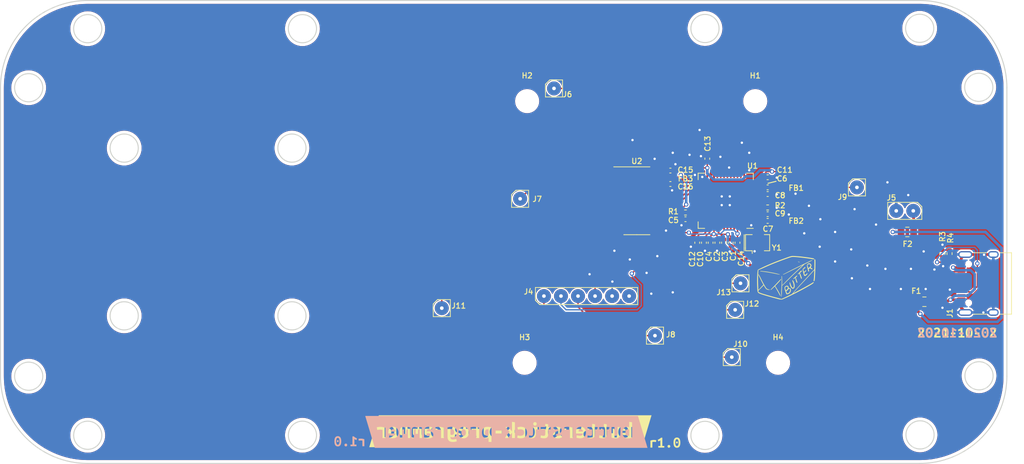
<source format=kicad_pcb>
(kicad_pcb (version 20210925) (generator pcbnew)
  (title_block (title "programming jig") (date "2021-10-04") (rev "r1.0") (company "GsD - @gregdavill") (comment 1 "base PCB"))
  (layers (0 "F.Cu" signal) (31 "B.Cu" signal) (34 "B.Paste" user) (35 "F.Paste" user) (36 "B.SilkS" user "B.Silkscreen") (37 "F.SilkS" user "F.Silkscreen") (38 "B.Mask" user) (39 "F.Mask" user) (44 "Edge.Cuts" user))
  (net 0 "")
  (net 1 "GND")
  (net 2 "Net-(J5-Pad1)")
  (net 3 "+3.3VA")
  (net 4 "Net-(C5-Pad1)")
  (net 5 "Net-(C16-Pad1)")
  (net 7 "Net-(C6-Pad1)")
  (net 8 "Net-(C7-Pad1)")
  (net 9 "/VCORE")
  (net 10 "/VCCA")
  (net 11 "Net-(U1-Pad25)")
  (net 12 "+5V")
  (net 13 "/JTAG_TMS")
  (net 14 "/JTAG_TCK")
  (net 15 "/JTAG_TDO")
  (net 16 "/JTAG_TDI")
  (net 17 "Net-(U1-Pad26)")
  (net 19 "Net-(U2-Pad1)")
  (net 20 "Net-(R2-Pad2)")
  (net 21 "Net-(U1-Pad1)")
  (net 22 "Net-(U1-Pad2)")
  (net 23 "/USB_D-")
  (net 24 "/USB_D+")
  (net 29 "Net-(U1-Pad27)")
  (net 30 "Net-(U1-Pad28)")
  (net 31 "Net-(U2-Pad2)")
  (net 32 "Net-(U2-Pad3)")
  (net 41 "Net-(U2-Pad4)")
  (net 42 "Net-(U2-Pad6)")
  (net 43 "Net-(U2-Pad7)")
  (net 44 "Net-(U2-Pad8)")
  (net 45 "Net-(U2-Pad5)")
  (net 46 "Net-(F1-Pad2)")
  (net 47 "Net-(J1-PadB5)")
  (net 49 "Net-(J1-PadA5)")
  (footprint "Resistor_SMD:R_0402_1005Metric" (layer "F.Cu") (at 155.75 99.6 180)
    (fp_text reference "R2")
    (fp_text value "12K")
  )
  (footprint "programming-jig:0906-4-15-20-75-14-11-0" (layer "F.Cu") (at 123.90368 81.85368)
    (fp_text reference "J6")
    (fp_text value "Conn_01x01_Male")
  )
  (footprint "kibuzzard-615A7324" (layer "F.Cu") (at 117.40368 132.95)
    (fp_text reference "kibuzzard-615A7324" hide)
    (fp_text value "G***" hide)
  )
  (footprint "programming-jig:0906-4-15-20-75-14-11-0" (layer "F.Cu") (at 138.95368 118.70368)
    (fp_text reference "J8")
    (fp_text value "Conn_01x01_Male")
  )
  (footprint "Resistor_SMD:R_0402_1005Metric" (layer "F.Cu") (at 181.785 106.475 90)
    (fp_text reference "R3")
    (fp_text value "5K1")
  )
  (footprint "programming-jig:0906-4-15-20-75-14-11-0" (layer "F.Cu") (at 151.7 110.9)
    (fp_text reference "J13")
    (fp_text value "Conn_01x01_Male")
  )
  (footprint "Capacitor_SMD:C_0402_1005Metric" (layer "F.Cu") (at 150.25 104.85 -90)
    (fp_text reference "C1")
    (fp_text value "4.7uF")
  )
  (footprint "Package_SO:SOIC-16_3.9x9.9mm_P1.27mm" (layer "F.Cu") (at 136.25 98.6)
    (fp_text reference "U2")
    (fp_text value "MCP3008")
  )
  (footprint "Inductor_SMD:L_0402_1005Metric" (layer "F.Cu") (at 157.735 96.6)
    (fp_text reference "FB1")
    (fp_text value "Ferrite_Bead_Small")
  )
  (footprint "programming-jig:0906-4-15-20-75-14-11-0" (layer "F.Cu") (at 150.90368 114.85368)
    (fp_text reference "J12")
    (fp_text value "Conn_01x01_Male")
  )
  (footprint "Fuse:Fuse_0805_2012Metric" (layer "F.Cu") (at 176.56618 103.25)
    (fp_text reference "F2")
    (fp_text value "Polyfuse_Small")
  )
  (footprint "Capacitor_SMD:C_0402_1005Metric" (layer "F.Cu") (at 155.75 101.6)
    (fp_text reference "C7")
    (fp_text value "4.7uF")
  )
  (footprint "Capacitor_SMD:C_0402_1005Metric" (layer "F.Cu") (at 146.25 104.85 -90)
    (fp_text reference "C10")
    (fp_text value ".1uF")
  )
  (footprint "Crystal:Resonator_SMD_Murata_CSTxExxV-3Pin_3.0x1.1mm" (layer "F.Cu") (at 154.25 104.85)
    (fp_text reference "Y1")
    (fp_text value "Resonator")
  )
  (footprint "kibuzzard-615A7371" (layer "F.Cu") (at 140.50368 134.65)
    (fp_text reference "kibuzzard-615A7371" hide)
    (fp_text value "G***" hide)
  )
  (footprint "Capacitor_SMD:C_0402_1005Metric" (layer "F.Cu") (at 151.25 104.85 -90)
    (fp_text reference "C14")
    (fp_text value ".1uF")
  )
  (footprint "Inductor_SMD:L_0402_1005Metric" (layer "F.Cu") (at 141.25 95.1)
    (fp_text reference "FB3")
    (fp_text value "Ferrite_Bead_Small")
  )
  (footprint "Capacitor_SMD:C_0402_1005Metric" (layer "F.Cu") (at 147.25 104.85 -90)
    (fp_text reference "C4")
    (fp_text value ".1uF")
  )
  (footprint "Capacitor_SMD:C_0402_1005Metric" (layer "F.Cu") (at 148.25 104.85 -90)
    (fp_text reference "C2")
    (fp_text value "4.7uF")
  )
  (footprint "Capacitor_SMD:C_0402_1005Metric" (layer "F.Cu") (at 149.25 104.85 -90)
    (fp_text reference "C3")
    (fp_text value ".1uF")
  )
  (footprint "Connector_USB:USB_C_Receptacle_XKB_U262-16XN-4BVC11" (layer "F.Cu") (at 188.31 110.925 90)
    (fp_text reference "J1")
    (fp_text value "USB_C_Receptacle_USB2.0")
  )
  (footprint "programming-jig:821-22-006-10-004101" (layer "F.Cu") (at 122.40368 112.80368 90)
    (fp_text reference "J4")
    (fp_text value "Conn_01x06_Male")
  )
  (footprint "Capacitor_SMD:C_0402_1005Metric" (layer "F.Cu") (at 155.75 95.1)
    (fp_text reference "C11")
    (fp_text value ".1uF")
  )
  (footprint "programming-jig:0906-4-15-20-75-14-11-0" (layer "F.Cu") (at 107.17868 114.60368)
    (fp_text reference "J11")
    (fp_text value "Conn_01x01_Male")
  )
  (footprint "kibuzzard-615A738C" (layer "F.Cu") (at 184.00368 118.25)
    (fp_text reference "kibuzzard-615A738C" hide)
    (fp_text value "G***" hide)
  )
  (footprint "programming-jig:0906-4-15-20-75-14-11-0" (layer "F.Cu") (at 169.05368 96.60368)
    (fp_text reference "J9")
    (fp_text value "Conn_01x01_Male")
  )
  (footprint "logo" (layer "F.Cu") (at 158.30368 109.75)
    (fp_text reference "G***" hide)
    (fp_text value "LOGO" hide)
  )
  (footprint "Capacitor_SMD:C_0402_1005Metric" (layer "F.Cu") (at 146.75 92.33 90)
    (fp_text reference "C13")
    (fp_text value ".1uF")
  )
  (footprint "MountingHole:MountingHole_3.2mm_M3_DIN965" (layer "F.Cu") (at 157.3 122.75)
    (fp_text reference "H4")
    (fp_text value "MountingHole")
  )
  (footprint "Inductor_SMD:L_0402_1005Metric" (layer "F.Cu") (at 157.75 101.6)
    (fp_text reference "FB2")
    (fp_text value "Ferrite_Bead_Small")
  )
  (footprint "Fuse:Fuse_0805_2012Metric" (layer "F.Cu") (at 179.11 113.65)
    (fp_text reference "F1")
    (fp_text value "Polyfuse_Small")
  )
  (footprint "Capacitor_SMD:C_0402_1005Metric" (layer "F.Cu") (at 145.25 104.85 -90)
    (fp_text reference "C12")
    (fp_text value ".1uF")
  )
  (footprint "Capacitor_SMD:C_0402_1005Metric" (layer "F.Cu") (at 155.75 100.6)
    (fp_text reference "C9")
    (fp_text value ".1uF")
  )
  (footprint "Resistor_SMD:R_0402_1005Metric" (layer "F.Cu") (at 143.5 100.35 180)
    (fp_text reference "R1")
    (fp_text value "4.7K")
  )
  (footprint "programming-jig:0906-4-15-20-75-14-11-0" (layer "F.Cu") (at 118.85368 98.30368)
    (fp_text reference "J7")
    (fp_text value "Conn_01x01_Male")
  )
  (footprint "Package_DFN_QFN:QFN-48-1EP_8x8mm_P0.5mm_EP6.2x6.2mm" (layer "F.Cu") (at 149.5 98.6 180)
    (fp_text reference "U1")
    (fp_text value "FT232HQ")
  )
  (footprint "Capacitor_SMD:C_0402_1005Metric" (layer "F.Cu") (at 141.25 96.1)
    (fp_text reference "C16")
    (fp_text value ".1uF")
  )
  (footprint "Resistor_SMD:R_0402_1005Metric" (layer "F.Cu") (at 182.86 106.475 90)
    (fp_text reference "R4")
    (fp_text value "5K1")
  )
  (footprint "Capacitor_SMD:C_0402_1005Metric" (layer "F.Cu") (at 155.75 96.6)
    (fp_text reference "C6")
    (fp_text value "4.7uF")
  )
  (footprint "Capacitor_SMD:C_0402_1005Metric" (layer "F.Cu") (at 155.75 97.6)
    (fp_text reference "C8")
    (fp_text value ".1uF")
  )
  (footprint "programming-jig:821-22-002-10-004101" (layer "F.Cu") (at 177.45368 100.10368 -90)
    (fp_text reference "J5")
    (fp_text value "Conn_01x02_Male")
  )
  (footprint "MountingHole:MountingHole_3.2mm_M3_DIN965" (layer "F.Cu") (at 119.525 122.75)
    (fp_text reference "H3")
    (fp_text value "MountingHole")
  )
  (footprint "Capacitor_SMD:C_0402_1005Metric" (layer "F.Cu") (at 141.25 94.1)
    (fp_text reference "C15")
    (fp_text value ".1uF")
  )
  (footprint "MountingHole:MountingHole_3.2mm_M3_DIN965" (layer "F.Cu") (at 153.9 83.75)
    (fp_text reference "H1")
    (fp_text value "MountingHole")
  )
  (footprint "Capacitor_SMD:C_0402_1005Metric" (layer "F.Cu") (at 143.5 101.35 180)
    (fp_text reference "C5")
    (fp_text value "0.1uF")
  )
  (footprint "programming-jig:0906-4-15-20-75-14-11-0" (layer "F.Cu") (at 150.40368 121.90368)
    (fp_text reference "J10")
    (fp_text value "Conn_01x01_Male")
  )
  (footprint "MountingHole:MountingHole_3.2mm_M3_DIN965" (layer "F.Cu") (at 119.9 83.75)
    (fp_text reference "H2")
    (fp_text value "MountingHole")
  )
  (footprint "kibuzzard-615A7324" (layer "B.Cu") (at 116.80368 133.05 180)
    (fp_text reference "kibuzzard-615A7324" hide)
    (fp_text value "G***" hide)
  )
  (footprint "kibuzzard-615A7371" (layer "B.Cu") (at 93.40368 134.45 180)
    (fp_text reference "kibuzzard-615A7371" hide)
    (fp_text value "G***" hide)
  )
  (footprint "kibuzzard-615A738C" (layer "B.Cu") (at 184.00368 118.25 180)
    (fp_text reference "kibuzzard-615A738C" hide)
    (fp_text value "G***" hide)
  )
  (gr_line (start 157 95.7) (end 155.8 96) (layer "F.SilkS") (width 0.15))
  (gr_arc (start 178.40368 124.75) (end 178.403679 137.75) (angle -90) (layer "Edge.Cuts") (width 0.15))
  (gr_circle (center 146.405577 72.922764) (end 144.305577 72.922764) (layer "Edge.Cuts") (width 0.15) (fill none))
  (gr_arc (start 54.40368 81.75) (end 54.403681 68.75) (angle -90) (layer "Edge.Cuts") (width 0.15))
  (gr_circle (center 178.460514 133.49404) (end 176.360514 133.49404) (layer "Edge.Cuts") (width 0.15) (fill none))
  (gr_line (start 191.40368 81.75) (end 191.40368 124.75) (layer "Edge.Cuts") (width 0.15))
  (gr_circle (center 86.405584 72.950001) (end 84.305584 72.950001) (layer "Edge.Cuts") (width 0.15) (fill none))
  (gr_arc (start 54.40368 124.75) (end 41.40368 124.75) (angle -90) (layer "Edge.Cuts") (width 0.15))
  (gr_circle (center 84.841352 115.749999) (end 82.741353 115.749999) (layer "Edge.Cuts") (width 0.15) (fill none))
  (gr_circle (center 54.405651 133.550353) (end 52.305651 133.550353) (layer "Edge.Cuts") (width 0.15) (fill none))
  (gr_line (start 54.403681 68.75) (end 178.403679 68.75) (layer "Edge.Cuts") (width 0.15))
  (gr_arc (start 178.40368 81.75) (end 191.40368 81.75) (angle -90) (layer "Edge.Cuts") (width 0.15))
  (gr_circle (center 59.841352 90.75) (end 57.741352 90.75) (layer "Edge.Cuts") (width 0.15) (fill none))
  (gr_circle (center 146.407549 133.571605) (end 144.307549 133.571606) (layer "Edge.Cuts") (width 0.15) (fill none))
  (gr_circle (center 45.60368 81.75) (end 43.503681 81.75) (layer "Edge.Cuts") (width 0.15) (fill none))
  (gr_circle (center 54.40368 72.950001) (end 52.30368 72.950001) (layer "Edge.Cuts") (width 0.15) (fill none))
  (gr_circle (center 45.60508 124.750926) (end 43.505078 124.750926) (layer "Edge.Cuts") (width 0.15) (fill none))
  (gr_circle (center 86.407555 133.548272) (end 84.307555 133.548272) (layer "Edge.Cuts") (width 0.15) (fill none))
  (gr_circle (center 187.215453 81.685718) (end 185.115454 81.685718) (layer "Edge.Cuts") (width 0.15) (fill none))
  (gr_circle (center 178.407467 72.893711) (end 176.307467 72.893711) (layer "Edge.Cuts") (width 0.15) (fill none))
  (gr_circle (center 187.253094 124.686627) (end 185.153094 124.686626) (layer "Edge.Cuts") (width 0.15) (fill none))
  (gr_circle (center 84.841352 90.75) (end 82.741352 90.75) (layer "Edge.Cuts") (width 0.15) (fill none))
  (gr_circle (center 59.841352 115.749999) (end 57.741352 115.749999) (layer "Edge.Cuts") (width 0.15) (fill none))
  (gr_line (start 178.403679 137.75) (end 54.403681 137.75) (layer "Edge.Cuts") (width 0.15))
  (gr_line (start 41.40368 124.75) (end 41.40368 81.75) (layer "Edge.Cuts") (width 0.15))
  (segment (start 184.64 107.875) (end 184.64 107.575) (width 0.2) (layer "F.Cu") (net 1))
  (segment (start 157.05368 97.6) (end 157.10368 97.65) (width 0.2) (layer "F.Cu") (net 1))
  (segment (start 153.375 96.85) (end 152.40368 96.85) (width 0.2) (layer "F.Cu") (net 1))
  (segment (start 154.25 105.67918) (end 153.80368 106.1255) (width 0.2) (layer "F.Cu") (net 1))
  (segment (start 132.56368 112.80368) (end 132.56368 110.69) (width 0.2) (layer "F.Cu") (net 1))
  (segment (start 148.75 101.50368) (end 148.80368 101.45) (width 0.2) (layer "F.Cu") (net 1))
  (segment (start 151.75 101.50368) (end 151.80368 101.45) (width 0.2) (layer "F.Cu") (net 1))
  (segment (start 146.25 105.33) (end 146.25 105.89632) (width 0.2) (layer "F.Cu") (net 1))
  (segment (start 145.25 105.33) (end 144.42368 105.33) (width 0.2) (layer "F.Cu") (net 1))
  (segment (start 149.25 101.49632) (end 149.20368 101.45) (width 0.2) (layer "F.Cu") (net 1))
  (segment (start 148.25 105.33) (end 148.25 106.00368) (width 0.2) (layer "F.Cu") (net 1))
  (segment (start 141.73 93.42368) (end 142.00368 93.15) (width 0.2) (layer "F.Cu") (net 1))
  (segment (start 143.02 101.35) (end 143.02 102.13368) (width 0.2) (layer "F.Cu") (net 1))
  (segment (start 147.75 94.725) (end 147.75 95.50368) (width 0.2) (layer "F.Cu") (net 1))
  (segment (start 156.23 100.6) (end 156.23 99.63) (width 0.2) (layer "F.Cu") (net 1))
  (segment (start 145.625 101.35) (end 146.50368 101.35) (width 0.2) (layer "F.Cu") (net 1))
  (segment (start 148.75 102.475) (end 148.75 101.50368) (width 0.2) (layer "F.Cu") (net 1))
  (segment (start 157.05368 95.1) (end 157.10368 95.15) (width 0.2) (layer "F.Cu") (net 1))
  (segment (start 156.23 95.1) (end 157.05368 95.1) (width 0.2) (layer "F.Cu") (net 1))
  (segment (start 185.14868 106.605) (end 184.60368 107.15) (width 0.4) (layer "F.Cu") (net 1))
  (segment (start 150.25 105.33) (end 150.25 106.00368) (width 0.2) (layer "F.Cu") (net 1))
  (segment (start 185.205 106.605) (end 185.14868 106.605) (width 0.4) (layer "F.Cu") (net 1))
  (segment (start 151.25 105.33) (end 150.25 105.33) (width 0.2) (layer "F.Cu") (net 1))
  (segment (start 132.56368 110.69) (end 132.60368 110.65) (width 0.2) (layer "F.Cu") (net 1))
  (segment (start 147.25 94.725) (end 147.25 95.59632) (width 0.2) (layer "F.Cu") (net 1))
  (segment (start 144.42368 105.33) (end 144.30368 105.45) (width 0.2) (layer "F.Cu") (net 1))
  (segment (start 147.75 95.50368) (end 147.70368 95.55) (width 0.2) (layer "F.Cu") (net 1))
  (segment (start 146.75 91.85) (end 145.90368 91.85) (width 0.2) (layer "F.Cu") (net 1))
  (segment (start 140.30368 97.15) (end 141.40368 97.15) (width 0.2) (layer "F.Cu") (net 1))
  (segment (start 184.60368 114.31132) (end 184.64 114.275) (width 0.4) (layer "F.Cu") (net 1))
  (segment (start 148.25 106.00368) (end 148.20368 106.05) (width 0.2) (layer "F.Cu") (net 1))
  (segment (start 184.60368 107.15) (end 184.60368 107.53868) (width 0.4) (layer "F.Cu") (net 1))
  (segment (start 156.23 99.63) (end 156.26 99.6) (width 0.2) (layer "F.Cu") (net 1))
  (segment (start 174.91368 100.10368) (end 174.91368 98.26) (width 0.4) (layer "F.Cu") (net 1))
  (segment (start 156.23 97.6) (end 157.05368 97.6) (width 0.2) (layer "F.Cu") (net 1))
  (segment (start 150.25 106.00368) (end 150.091381 106.162299) (width 0.2) (layer "F.Cu") (net 1))
  (segment (start 152.25 101.49632) (end 152.20368 101.45) (width 0.2) (layer "F.Cu") (net 1))
  (segment (start 141.73 94.1) (end 141.73 93.42368) (width 0.2) (layer "F.Cu") (net 1))
  (segment (start 149.25 102.475) (end 149.25 101.49632) (width 0.2) (layer "F.Cu") (net 1))
  (segment (start 149.25 105.33) (end 148.25 105.33) (width 0.2) (layer "F.Cu") (net 1))
  (segment (start 154.25 104.85) (end 154.25 105.67918) (width 0.2) (layer "F.Cu") (net 1))
  (segment (start 147.25 95.59632) (end 147.30368 95.65) (width 0.2) (layer "F.Cu") (net 1))
  (segment (start 152.25 102.475) (end 152.25 101.49632) (width 0.2) (layer "F.Cu") (net 1))
  (segment (start 141.40368 97.15) (end 141.50368 97.05) (width 0.2) (layer "F.Cu") (net 1))
  (segment (start 184.60368 114.55) (end 184.60368 114.31132) (width 0.4) (layer "F.Cu") (net 1))
  (segment (start 156.23 101.6) (end 156.23 100.6) (width 0.2) (layer "F.Cu") (net 1))
  (segment (start 141.73 96.82368) (end 141.50368 97.05) (width 0.2) (layer "F.Cu") (net 1))
  (segment (start 153.375 96.35) (end 152.40368 96.35) (width 0.2) (layer "F.Cu") (net 1))
  (segment (start 146.25 105.89632) (end 146.40368 106.05) (width 0.2) (layer "F.Cu") (net 1))
  (segment (start 156.26 99.6) (end 157.05368 99.6) (width 0.2) (layer "F.Cu") (net 1))
  (segment (start 184.60368 107.53868) (end 184.64 107.575) (width 0.4) (layer "F.Cu") (net 1))
  (segment (start 181.785 105.16868) (end 181.80368 105.15) (width 0.2) (layer "F.Cu") (net 1))
  (segment (start 185.205 115.15132) (end 184.60368 114.55) (width 0.4) (layer "F.Cu") (net 1))
  (segment (start 182.86 105.965) (end 181.785 105.965) (width 0.2) (layer "F.Cu") (net 1))
  (segment (start 145.90368 91.85) (end 145.80368 91.95) (width 0.2) (layer "F.Cu") (net 1))
  (segment (start 138.725 96.695) (end 139.84868 96.695) (width 0.2) (layer "F.Cu") (net 1))
  (segment (start 185.205 115.245) (end 185.205 115.15132) (width 0.4) (layer "F.Cu") (net 1))
  (segment (start 189.385 106.605) (end 185.205 106.605) (width 0.4) (layer "F.Cu") (net 1))
  (segment (start 157.05368 99.6) (end 157.10368 99.65) (width 0.2) (layer "F.Cu") (net 1))
  (segment (start 138.725 103.045) (end 140.59868 103.045) (width 0.2) (layer "F.Cu") (net 1))
  (segment (start 143.02 102.13368) (end 142.90368 102.25) (width 0.2) (layer "F.Cu") (net 1))
  (segment (start 141.73 96.1) (end 141.73 96.82368) (width 0.2) (layer "F.Cu") (net 1))
  (segment (start 181.785 105.965) (end 181.785 105.16868) (width 0.2) (layer "F.Cu") (net 1))
  (segment (start 174.91368 98.26) (end 174.90368 98.25) (width 0.4) (layer "F.Cu") (net 1))
  (segment (start 153.375 99.85) (end 152.50368 99.85) (width 0.2) (layer "F.Cu") (net 1))
  (segment (start 153.375 97.35) (end 152.40368 97.35) (width 0.2) (layer "F.Cu") (net 1))
  (segment (start 147.25 105.33) (end 146.25 105.33) (width 0.2) (layer "F.Cu") (net 1))
  (segment (start 140.60368 103.05) (end 140.59868 103.045) (width 0.2) (layer "F.Cu") (net 1))
  (segment (start 151.75 102.475) (end 151.75 101.50368) (width 0.2) (layer "F.Cu") (net 1))
  (segment (start 156.23 96.6) (end 156.23 97.6) (width 0.2) (layer "F.Cu") (net 1))
  (segment (start 139.84868 96.695) (end 140.30368 97.15) (width 0.2) (layer "F.Cu") (net 1))
  (segment (start 152.50368 99.85) (end 152.40368 99.75) (width 0.2) (layer "F.Cu") (net 1))
  (segment (start 145.625 100.85) (end 146.50368 100.85) (width 0.2) (layer "F.Cu") (net 1))
  (via (at 138.90368 92.35) (size 0.65) (drill 0.35) (layers "F.Cu" "B.Cu") (net 1))
  (via (at 153.80368 106.1255) (size 0.65) (drill 0.35) (layers "F.Cu" "B.Cu") (net 1))
  (via (at 182.90368 111.85) (size 0.65) (drill 0.35) (layers "F.Cu" "B.Cu") (net 1))
  (via (at 181.90368 108.35) (size 0.65) (drill 0.35) (layers "F.Cu" "B.Cu") (net 1))
  (via (at 180.60368 108.85) (size 0.65) (drill 0.35) (layers "F.Cu" "B.Cu") (net 1))
  (via (at 132.90368 106.05) (size 0.65) (drill 0.35) (layers "F.Cu" "B.Cu") (net 1))
  (via (at 132.60368 110.65) (size 0.65) (drill 0.35) (layers "F.Cu" "B.Cu") (net 1))
  (via (at 177.10368 108.75) (size 0.65) (drill 0.35) (layers "F.Cu" "B.Cu") (net 1))
  (via (at 142.90368 102.25) (size 0.65) (drill 0.35) (layers "F.Cu" "B.Cu") (net 1))
  (via (at 148.90368 99.25) (size 0.65) (drill 0.35) (layers "F.Cu" "B.Cu") (net 1))
  (via (at 153.00368 91.45) (size 0.65) (drill 0.35) (layers "F.Cu" "B.Cu") (net 1))
  (via (at 148.20368 106.05) (size 0.65) (drill 0.35) (layers "F.Cu" "B.Cu") (net 1))
  (via (at 138.40368 112.45) (size 0.65) (drill 0.35) (layers "F.Cu" "B.Cu") (net 1))
  (via (at 170.60368 108.25) (size 0.65) (drill 0.35) (layers "F.Cu" "B.Cu") (net 1))
  (via (at 161.90368 99.35) (size 0.65) (drill 0.35) (layers "F.Cu" "B.Cu") (net 1))
  (via (at 163.50368 105.45) (size 0.65) (drill 0.35) (layers "F.Cu" "B.Cu") (net 1))
  (via (at 171.90368 102.15) (size 0.65) (drill 0.35) (layers "F.Cu" "B.Cu") (net 1))
  (via (at 144.10368 91.75) (size 0.65) (drill 0.35) (layers "F.Cu" "B.Cu") (net 1))
  (via (at 157.10368 99.65) (size 0.65) (drill 0.35) (layers "F.Cu" "B.Cu") (net 1))
  (via (at 142.00368 93.15) (size 0.65) (drill 0.35) (layers "F.Cu" "B.Cu") (net 1))
  (via (at 139.30368 106.85) (size 0.65) (drill 0.35) (layers "F.Cu" "B.Cu") (net 1))
  (via (at 141.50368 97.05) (size 0.65) (drill 0.35) (layers "F.Cu" "B.Cu") (net 1))
  (via (at 146.40368 106.05) (size 0.65) (drill 0.35) (layers "F.Cu" "B.Cu") (net 1))
  (via (at 161.20368 103.45) (size 0.65) (drill 0.35) (layers "F.Cu" "B.Cu") (net 1))
  (via (at 175.60368 111.75) (size 0.65) (drill 0.35) (layers "F.Cu" "B.Cu") (net 1))
  (via (at 179.00368 106.15) (size 0.65) (drill 0.35) (layers "F.Cu" "B.Cu") (net 1))
  (via (at 140.59868 103.045) (size 0.65) (drill 0.35) (layers "F.Cu" "B.Cu") (net 1))
  (via (at 168.20368 105.85) (size 0.65) (drill 0.35) (layers "F.Cu" "B.Cu") (net 1))
  (via (at 187.90368 115.25) (size 0.65) (drill 0.35) (layers "F.Cu" "B.Cu") (net 1))
  (via (at 148.70368 92.05) (size 0.65) (drill 0.35) (layers "F.Cu" "B.Cu") (net 1))
  (via (at 148.90368 97.95) (size 0.65) (drill 0.35) (layers "F.Cu" "B.Cu") (net 1))
  (via (at 168.30368 110.15) (size 0.65) (drill 0.35) (layers "F.Cu" "B.Cu") (net 1))
  (via (at 179.30368 111.75) (size 0.65) (drill 0.35) (layers "F.Cu" "B.Cu") (net 1))
  (via (at 158.90368 100.65) (size 0.65) (drill 0.35) (layers "F.Cu" "B.Cu") (net 1))
  (via (at 145.60368 88.05) (size 0.65) (drill 0.35) (layers "F.Cu" "B.Cu") (net 1))
  (via (at 181.80368 105.15) (size 0.65) (drill 0.35) (layers "F.Cu" "B.Cu") (net 1))
  (via (at 165.80368 103.25) (size 0.65) (drill 0.35) (layers "F.Cu" "B.Cu") (net 1))
  (via (at 151.90368 89.95) (size 0.65) (drill 0.35) (layers "F.Cu" "B.Cu") (net 1))
  (via (at 141.60368 112.25) (size 0.65) (drill 0.35) (layers "F.Cu" "B.Cu") (net 1))
  (via (at 173.60368 95.85) (size 0.65) (drill 0.35) (layers "F.Cu" "B.Cu") (net 1))
  (via (at 153.00368 94.05) (size 0.65) (drill 0.35) (layers "F.Cu" "B.Cu") (net 1))
  (via (at 168.70368 99.85) (size 0.65) (drill 0.35) (layers "F.Cu" "B.Cu") (net 1))
  (via (at 129.20368 109.55) (size 0.65) (drill 0.35) (layers "F.Cu" "B.Cu") (net 1))
  (via (at 137.70368 109.35) (size 0.65) (drill 0.35) (layers "F.Cu" "B.Cu") (net 1))
  (via (at 145.80368 91.95) (size 0.65) (drill 0.35) (layers "F.Cu" "B.Cu") (net 1))
  (via (at 181.80368 114.55) (size 0.65) (drill 0.35) (layers "F.Cu" "B.Cu") (net 1))
  (via (at 157.10368 97.65) (size 0.65) (drill 0.35) (layers "F.Cu" "B.Cu") (net 1))
  (via (at 171.00368 111.75) (size 0.65) (drill 0.35) (layers "F.Cu" "B.Cu") (net 1))
  (via (at 188.00368 106.65) (size 0.65) (drill 0.35) (layers "F.Cu" "B.Cu") (net 1))
  (via (at 144.30368 105.45) (size 0.65) (drill 0.35) (layers "F.Cu" "B.Cu") (net 1))
  (via (at 144.90368 94.75) (size 0.65) (drill 0.35) (layers "F.Cu" "B.Cu") (net 1))
  (via (at 150.091381 106.162299) (size 0.65) (drill 0.35) (layers "F.Cu" "B.Cu") (net 1))
  (via (at 150.00368 93.65) (size 0.65) (drill 0.35) (layers "F.Cu" "B.Cu") (net 1))
  (via (at 159.90368 97.55) (size 0.65) (drill 0.35) (layers "F.Cu" "B.Cu") (net 1))
  (via (at 135.20368 107.35) (size 0.65) (drill 0.35) (layers "F.Cu" "B.Cu") (net 1))
  (via (at 150.10368 99.25) (size 0.65) (drill 0.35) (layers "F.Cu" "B.Cu") (net 1))
  (via (at 146.00368 95.05) (size 0.65) (drill 0.35) (layers "F.Cu" "B.Cu") (net 1))
  (via (at 141.60368 91.45) (size 0.65) (drill 0.35) (layers "F.Cu" "B.Cu") (net 1))
  (via (at 165.80368 107.65) (size 0.65) (drill 0.35) (layers "F.Cu" "B.Cu") (net 1))
  (via (at 157.10368 95.15) (size 0.65) (drill 0.35) (layers "F.Cu" "B.Cu") (net 1))
  (via (at 135.60368 89.55) (size 0.65) (drill 0.35) (layers "F.Cu" "B.Cu") (net 1))
  (via (at 173.30368 108.75) (size 0.65) (drill 0.35) (layers "F.Cu" "B.Cu") (net 1))
  (via (at 163.60368 101.35) (size 0.65) (drill 0.35) (layers "F.Cu" "B.Cu") (net 1))
  (via (at 153.30368 102.25) (size 0.65) (drill 0.35) (layers "F.Cu" "B.Cu") (net 1))
  (via (at 176.70368 97.75) (size 0.65) (drill 0.35) (layers "F.Cu" "B.Cu") (net 1))
  (via (at 150.10368 97.95) (size 0.65) (drill 0.35) (layers "F.Cu" "B.Cu") (net 1))
  (segment (start 189.385 115.245) (end 189.385 106.605) (width 0.4) (layer "B.Cu") (net 1))
  (segment (start 183.44868 106.605) (end 182.60368 107.45) (width 0.4) (layer "B.Cu") (net 1))
  (segment (start 174.91368 98.26) (end 174.90368 98.25) (width 0.4) (layer "B.Cu") (net 1))
  (segment (start 189.385 115.245) (end 185.205 115.245) (width 0.4) (layer "B.Cu") (net 1))
  (segment (start 185.205 115.245) (end 183.39868 115.245) (width 0.4) (layer "B.Cu") (net 1))
  (segment (start 185.205 106.605) (end 183.44868 106.605) (width 0.4) (layer "B.Cu") (net 1))
  (segment (start 132.56368 111.01) (end 132.50368 110.95) (width 0.2) (layer "B.Cu") (net 1))
  (segment (start 132.56368 112.80368) (end 132.56368 111.01) (width 0.2) (layer "B.Cu") (net 1))
  (segment (start 183.39868 115.245) (end 182.30368 114.15) (width 0.4) (layer "B.Cu") (net 1))
  (segment (start 174.91368 100.10368) (end 174.91368 98.26) (width 0.4) (layer "B.Cu") (net 1))
  (segment (start 177.50368 100.15368) (end 177.45368 100.10368) (width 0.4) (layer "F.Cu") (net 2))
  (segment (start 177.50368 103.25) (end 177.50368 100.15368) (width 0.4) (layer "F.Cu") (net 2))
  (segment (start 141.735 95.1) (end 142.45368 95.1) (width 0.2) (layer "F.Cu") (net 3))
  (segment (start 157.00368 106.75) (end 152.20368 106.75) (width 0.2) (layer "F.Cu") (net 3))
  (segment (start 141.20368 92.35) (end 140.77 92.78368) (width 0.2) (layer "F.Cu") (net 3))
  (segment (start 146.75 93.70368) (end 144.15736 93.70368) (width 0.2) (layer "F.Cu") (net 3))
  (segment (start 151.90368 104.65) (end 151.62368 104.37) (width 0.2) (layer "F.Cu") (net 3))
  (segment (start 157.60368 94.25) (end 156.40368 94.25) (width 0.2) (layer "F.Cu") (net 3))
  (segment (start 158.22 94.86632) (end 157.60368 94.25) (width 0.2) (layer "F.Cu") (net 3))
  (segment (start 152.20368 106.75) (end 151.90368 106.45) (width 0.2) (layer "F.Cu") (net 3))
  (segment (start 146.75 92.81) (end 146.75 94.725) (width 0.2) (layer "F.Cu") (net 3))
  (segment (start 155.60368 94.25) (end 155.27 94.58368) (width 0.2) (layer "F.Cu") (net 3))
  (segment (start 154.85368 95.1) (end 155.27 95.1) (width 0.2) (layer "F.Cu") (net 3))
  (segment (start 140.77 94.1) (end 140.185 94.1) (width 0.2) (layer "F.Cu") (net 3))
  (segment (start 141.735 95.065) (end 140.77 94.1) (width 0.2) (layer "F.Cu") (net 3))
  (segment (start 154.10368 95.85) (end 154.85368 95.1) (width 0.2) (layer "F.Cu") (net 3))
  (segment (start 147.75 103.523956) (end 147.71518 103.558776) (width 0.2) (layer "F.Cu") (net 3))
  (segment (start 142.00368 100.55) (end 142.20368 100.35) (width 0.2) (layer "F.Cu") (net 3))
  (segment (start 142.00368 102.85) (end 142.00368 100.55) (width 0.2) (layer "F.Cu") (net 3))
  (segment (start 140.185 94.1) (end 140.13 94.155) (width 0.2) (layer "F.Cu") (net 3))
  (segment (start 147.75 103.35) (end 147.75 103.523956) (width 0.2) (layer "F.Cu") (net 3))
  (segment (start 142.99 100.35) (end 142.99 99.76368) (width 0.2) (layer "F.Cu") (net 3))
  (segment (start 147.75 103.35) (end 147.308578 103.791422) (width 0.2) (layer "F.Cu") (net 3))
  (segment (start 142.45368 95.1) (end 142.80368 94.75) (width 0.2) (layer "F.Cu") (net 3))
  (segment (start 151.25 104.37) (end 151.25 102.475) (width 0.2) (layer "F.Cu") (net 3))
  (segment (start 147.75 102.475) (end 147.75 103.35) (width 0.2) (layer "F.Cu") (net 3))
  (segment (start 151.62368 104.37) (end 151.25 104.37) (width 0.2) (layer "F.Cu") (net 3))
  (segment (start 141.735 95.1) (end 141.735 95.065) (width 0.2) (layer "F.Cu") (net 3))
  (segment (start 140.77 92.78368) (end 140.77 94.1) (width 0.2) (layer "F.Cu") (net 3))
  (segment (start 142.80368 92.35) (end 141.20368 92.35) (width 0.2) (layer "F.Cu") (net 3))
  (segment (start 142.50368 103.35) (end 142.00368 102.85) (width 0.2) (layer "F.Cu") (net 3))
  (segment (start 158.22 96.6) (end 158.22 94.86632) (width 0.2) (layer "F.Cu") (net 3))
  (segment (start 153.375 95.85) (end 154.10368 95.85) (width 0.2) (layer "F.Cu") (net 3))
  (segment (start 148.25 104.37) (end 148.25 103.932843) (width 0.2) (layer "F.Cu") (net 3))
  (segment (start 147.25 103.932843) (end 147.25 104.37) (width 0.2) (layer "F.Cu") (net 3))
  (segment (start 148.191421 103.791421) (end 147.75 103.35) (width 0.2) (layer "F.Cu") (net 3))
  (segment (start 142.20368 100.35) (end 142.99 100.35) (width 0.2) (layer "F.Cu") (net 3))
  (segment (start 156.40368 94.25) (end 155.60368 94.25) (width 0.2) (layer "F.Cu") (net 3))
  (segment (start 155.27 94.58368) (end 155.27 95.1) (width 0.2) (layer "F.Cu") (net 3))
  (segment (start 144.15736 93.70368) (end 142.80368 92.35) (width 0.2) (layer "F.Cu") (net 3))
  (segment (start 158.235 101.6) (end 158.235 105.51868) (width 0.2) (layer "F.Cu") (net 3))
  (segment (start 142.99 99.76368) (end 143.60368 99.15) (width 0.2) (layer "F.Cu") (net 3))
  (segment (start 144.00368 103.35) (end 142.50368 103.35) (width 0.2) (layer "F.Cu") (net 3))
  (segment (start 138.725 94.155) (end 140.13 94.155) (width 0.2) (layer "F.Cu") (net 3))
  (segment (start 151.90368 106.45) (end 151.90368 104.65) (width 0.2) (layer "F.Cu") (net 3))
  (segment (start 158.235 105.51868) (end 157.00368 106.75) (width 0.2) (layer "F.Cu") (net 3))
  (via (at 147.71518 103.558776) (size 0.65) (drill 0.35) (layers "F.Cu" "B.Cu") (net 3))
  (via (at 144.00368 103.35) (size 0.65) (drill 0.35) (layers "F.Cu" "B.Cu") (net 3))
  (via (at 143.60368 99.15) (size 0.65) (drill 0.35) (layers "F.Cu" "B.Cu") (net 3))
  (via (at 151.25 103.50368) (size 0.65) (drill 0.35) (layers "F.Cu" "B.Cu") (net 3))
  (via (at 146.75 93.70368) (size 0.65) (drill 0.35) (layers "F.Cu" "B.Cu") (net 3))
  (via (at 156.40368 94.25) (size 0.65) (drill 0.35) (layers "F.Cu" "B.Cu") (net 3))
  (via (at 142.80368 94.75) (size 0.65) (drill 0.35) (layers "F.Cu" "B.Cu") (net 3))
  (arc (start 148.191421 103.791421) (mid 148.234776 103.856306) (end 148.25 103.932843) (width 0.2) (layer "F.Cu") (net 3))
  (arc (start 147.308578 103.791422) (mid 147.265224 103.856307) (end 147.25 103.932843) (width 0.2) (layer "F.Cu") (net 3))
  (segment (start 153.70368 94.95) (end 154.60368 94.05) (width 0.4) (layer "B.Cu") (net 3))
  (segment (start 143.60368 95.55) (end 142.80368 94.75) (width 0.4) (layer "B.Cu") (net 3))
  (segment (start 151.25 103.50368) (end 151.25 103.49632) (width 0.2) (layer "B.Cu") (net 3))
  (segment (start 146.75 94.49632) (end 147.70368 95.45) (width 0.4) (layer "B.Cu") (net 3))
  (segment (start 147.71518 103.558776) (end 144.212456 103.558776) (width 0.2) (layer "B.Cu") (net 3))
  (segment (start 151.25 103.49632) (end 150.70368 102.95) (width 0.2) (layer "B.Cu") (net 3))
  (segment (start 152.00368 95.45) (end 152.50368 94.95) (width 0.4) (layer "B.Cu") (net 3))
  (segment (start 146.75 93.70368) (end 146.75 94.49632) (width 0.4) (layer "B.Cu") (net 3))
  (segment (start 152.50368 94.95) (end 153.70368 94.95) (width 0.4) (layer "B.Cu") (net 3))
  (segment (start 147.70368 95.45) (end 152.00368 95.45) (width 0.4) (layer "B.Cu") (net 3))
  (segment (start 150.70368 102.95) (end 149.30368 102.95) (width 0.2) (layer "B.Cu") (net 3))
  (segment (start 144.212456 103.558776) (end 144.00368 103.35) (width 0.2) (layer "B.Cu") (net 3))
  (segment (start 154.60368 94.05) (end 156.20368 94.05) (width 0.4) (layer "B.Cu") (net 3))
  (segment (start 149.30368 102.95) (end 148.694904 103.558776) (width 0.2) (layer "B.Cu") (net 3))
  (segment (start 143.60368 99.15) (end 143.60368 95.55) (width 0.4) (layer "B.Cu") (net 3))
  (segment (start 148.694904 103.558776) (end 147.71518 103.558776) (width 0.2) (layer "B.Cu") (net 3))
  (segment (start 156.20368 94.05) (end 156.40368 94.25) (width 0.4) (layer "B.Cu") (net 3))
  (segment (start 143.98 100.38) (end 144.01 100.35) (width 0.2) (layer "F.Cu") (net 4))
  (segment (start 144.01 100.35) (end 145.625 100.35) (width 0.2) (layer "F.Cu") (net 4))
  (segment (start 143.98 101.35) (end 143.98 100.38) (width 0.2) (layer "F.Cu") (net 4))
  (segment (start 140.375 95.1) (end 140.765 95.1) (width 0.2) (layer "F.Cu") (net 5))
  (segment (start 140.05 95.425) (end 140.375 95.1) (width 0.2) (layer "F.Cu") (net 5))
  (segment (start 140.77 96.1) (end 140.77 95.105) (width 0.2) (layer "F.Cu") (net 5))
  (segment (start 138.725 95.425) (end 140.05 95.425) (width 0.2) (layer "F.Cu") (net 5))
  (segment (start 140.77 95.105) (end 140.765 95.1) (width 0.2) (layer "F.Cu") (net 5))
  (segment (start 154.5 97.85) (end 154.75 97.6) (width 0.2) (layer "F.Cu") (net 7))
  (segment (start 155.27 96.18368) (end 155.50368 95.95) (width 0.2) (layer "F.Cu") (net 7))
  (segment (start 157.25 96.19632) (end 157.25 96.6) (width 0.2) (layer "F.Cu") (net 7))
  (segment (start 154.75 97.6) (end 155.27 97.6) (width 0.2) (layer "F.Cu") (net 7))
  (segment (start 155.27 96.6) (end 155.27 96.18368) (width 0.2) (layer "F.Cu") (net 7))
  (segment (start 153.375 97.85) (end 154.5 97.85) (width 0.2) (layer "F.Cu") (net 7))
  (segment (start 157.00368 95.95) (end 157.25 96.19632) (width 0.2) (layer "F.Cu") (net 7))
  (segment (start 155.50368 95.95) (end 157.00368 95.95) (width 0.2) (layer "F.Cu") (net 7))
  (segment (start 155.27 97.6) (end 155.27 96.6) (width 0.2) (layer "F.Cu") (net 7))
  (segment (start 157 102.35) (end 157.265 102.085) (width 0.2) (layer "F.Cu") (net 8))
  (segment (start 155.27 101.6) (end 155.27 100.6) (width 0.2) (layer "F.Cu") (net 8))
  (segment (start 155.27 102.12) (end 155.5 102.35) (width 0.2) (layer "F.Cu") (net 8))
  (segment (start 157.265 102.085) (end 157.265 101.6) (width 0.2) (layer "F.Cu") (net 8))
  (segment (start 155.27 101.6) (end 155.27 102.12) (width 0.2) (layer "F.Cu") (net 8))
  (segment (start 153.375 100.35) (end 154.5 100.35) (width 0.2) (layer "F.Cu") (net 8))
  (segment (start 155.5 102.35) (end 157 102.35) (width 0.2) (layer "F.Cu") (net 8))
  (segment (start 154.5 100.35) (end 154.75 100.6) (width 0.2) (layer "F.Cu") (net 8))
  (segment (start 154.75 100.6) (end 155.27 100.6) (width 0.2) (layer "F.Cu") (net 8))
  (segment (start 146.308579 104.091421) (end 147.191422 103.208578) (width 0.2) (layer "F.Cu") (net 9))
  (segment (start 147.25 103.067157) (end 147.25 102.475) (width 0.2) (layer "F.Cu") (net 9))
  (segment (start 146.25 104.37) (end 146.25 104.232843) (width 0.2) (layer "F.Cu") (net 9))
  (arc (start 146.25 104.232843) (mid 146.265224 104.156306) (end 146.308579 104.091421) (width 0.2) (layer "F.Cu") (net 9))
  (arc (start 147.25 103.067157) (mid 147.234776 103.143693) (end 147.191422 103.208578) (width 0.2) (layer "F.Cu") (net 9))
  (segment (start 146.117157 103.6) (end 145.682843 103.6) (width 0.2) (layer "F.Cu") (net 10))
  (segment (start 146.691421 103.108579) (end 146.258578 103.541422) (width 0.2) (layer "F.Cu") (net 10))
  (segment (start 145.541421 103.658579) (end 145.308578 103.891422) (width 0.2) (layer "F.Cu") (net 10))
  (segment (start 145.25 104.032843) (end 145.25 104.37) (width 0.2) (layer "F.Cu") (net 10))
  (segment (start 146.75 102.475) (end 146.75 102.967157) (width 0.2) (layer "F.Cu") (net 10))
  (arc (start 145.25 104.032843) (mid 145.265224 103.956307) (end 145.308578 103.891422) (width 0.2) (layer "F.Cu") (net 10))
  (arc (start 146.75 102.967157) (mid 146.734776 103.043694) (end 146.691421 103.108579) (width 0.2) (layer "F.Cu") (net 10))
  (arc (start 146.117157 103.6) (mid 146.193693 103.584776) (end 146.258578 103.541422) (width 0.2) (layer "F.Cu") (net 10))
  (arc (start 145.682843 103.6) (mid 145.606306 103.615224) (end 145.541421 103.658579) (width 0.2) (layer "F.Cu") (net 10))
  (segment (start 141.68868 97.965) (end 138.725 97.965) (width 0.2) (layer "F.Cu") (net 11))
  (segment (start 145.625 95.85) (end 143.80368 95.85) (width 0.2) (layer "F.Cu") (net 11))
  (segment (start 143.80368 95.85) (end 141.68868 97.965) (width 0.2) (layer "F.Cu") (net 11))
  (segment (start 178.1725 115.11882) (end 178.50368 115.45) (width 0.4) (layer "F.Cu") (net 12))
  (segment (start 150.25 104.37) (end 150.25 104.032843) (width 0.2) (layer "F.Cu") (net 12))
  (segment (start 158.60368 113.65) (end 152.85368 107.9) (width 0.4) (layer "F.Cu") (net 12))
  (segment (start 178.1725 113.65) (end 158.60368 113.65) (width 0.4) (layer "F.Cu") (net 12))
  (segment (start 150.191421 103.891421) (end 149.958578 103.658578) (width 0.2) (layer "F.Cu") (net 12))
  (segment (start 149.25 104.232843) (end 149.25 104.37) (width 0.2) (layer "F.Cu") (net 12))
  (segment (start 148.308579 103.208579) (end 148.65 103.55) (width 0.2) (layer "F.Cu") (net 12))
  (segment (start 148.7 103.6) (end 148.65 103.55) (width 0.2) (layer "F.Cu") (net 12))
  (segment (start 149.817157 103.6) (end 148.7 103.6) (width 0.2) (layer "F.Cu") (net 12))
  (segment (start 178.1725 113.65) (end 178.1725 115.11882) (width 0.4) (layer "F.Cu") (net 12))
  (segment (start 148.65 103.55) (end 149.191422 104.091422) (width 0.2) (layer "F.Cu") (net 12))
  (segment (start 148.25 102.475) (end 148.25 103.067157) (width 0.2) (layer "F.Cu") (net 12))
  (segment (start 174.40368 103.25) (end 175.62868 103.25) (width 0.4) (layer "F.Cu") (net 12))
  (via (at 149.817157 103.6) (size 0.65) (drill 0.35) (layers "F.Cu" "B.Cu") (net 12))
  (via (at 152.85368 107.9) (size 0.65) (drill 0.35) (layers "F.Cu" "B.Cu") (net 12))
  (via (at 174.40368 103.25) (size 0.65) (drill 0.35) (layers "F.Cu" "B.Cu") (net 12))
  (via (at 178.50368 115.45) (size 0.65) (drill 0.35) (layers "F.Cu" "B.Cu") (net 12))
  (arc (start 149.25 104.232843) (mid 149.234776 104.156307) (end 149.191422 104.091422) (width 0.2) (layer "F.Cu") (net 12))
  (arc (start 148.308579 103.208579) (mid 148.265224 103.143694) (end 148.25 103.067157) (width 0.2) (layer "F.Cu") (net 12))
  (arc (start 149.817157 103.6) (mid 149.893693 103.615224) (end 149.958578 103.658578) (width 0.2) (layer "F.Cu") (net 12))
  (arc (start 150.25 104.032843) (mid 150.234776 103.956306) (end 150.191421 103.891421) (width 0.2) (layer "F.Cu") (net 12))
  (segment (start 152.85368 107.9) (end 149.817157 104.863477) (width 0.4) (layer "B.Cu") (net 12))
  (segment (start 190.00368 116.65) (end 190.60368 116.05) (width 0.4) (layer "B.Cu") (net 12))
  (segment (start 188.20368 103.25) (end 174.40368 103.25) (width 0.4) (layer "B.Cu") (net 12))
  (segment (start 190.60368 116.05) (end 190.60368 105.65) (width 0.4) (layer "B.Cu") (net 12))
  (segment (start 190.60368 105.65) (end 188.20368 103.25) (width 0.4) (layer "B.Cu") (net 12))
  (segment (start 178.50368 115.45) (end 179.70368 116.65) (width 0.4) (layer "B.Cu") (net 12))
  (segment (start 149.817157 104.863477) (end 149.817157 103.6) (width 0.4) (layer "B.Cu") (net 12))
  (segment (start 179.70368 116.65) (end 190.00368 116.65) (width 0.4) (layer "B.Cu") (net 12))
  (segment (start 122.40368 114.95) (end 122.40368 112.80368) (width 0.2) (layer "F.Cu") (net 13))
  (segment (start 123.80368 116.35) (end 122.40368 114.95) (width 0.2) (layer "F.Cu") (net 13))
  (segment (start 139.70368 108.95) (end 139.70368 115.25) (width 0.2) (layer "F.Cu") (net 13))
  (segment (start 137.20368 91.75) (end 137.20368 106.45) (width 0.2) (layer "F.Cu") (net 13))
  (segment (start 150.75 92.59632) (end 148.70368 90.55) (width 0.2) (layer "F.Cu") (net 13))
  (segment (start 138.60368 116.35) (end 123.80368 116.35) (width 0.2) (layer "F.Cu") (net 13))
  (segment (start 150.75 94.725) (end 150.75 92.59632) (width 0.2) (layer "F.Cu") (net 13))
  (segment (start 137.20368 106.45) (end 139.70368 108.95) (width 0.2) (layer "F.Cu") (net 13))
  (segment (start 139.70368 115.25) (end 138.60368 116.35) (width 0.2) (layer "F.Cu") (net 13))
  (segment (start 138.40368 90.55) (end 137.20368 91.75) (width 0.2) (layer "F.Cu") (net 13))
  (segment (start 148.70368 90.55) (end 138.40368 90.55) (width 0.2) (layer "F.Cu") (net 13))
  (segment (start 130.02368 110.63) (end 130.02368 112.80368) (width 0.2) (layer "F.Cu") (net 14))
  (segment (start 138.00368 88.85) (end 135.60368 91.25) (width 0.2) (layer "F.Cu") (net 14))
  (segment (start 152.25 94.725) (end 152.25 92.09632) (width 0.2) (layer "F.Cu") (net 14))
  (segment (start 135.60368 105.05) (end 130.02368 110.63) (width 0.2) (layer "F.Cu") (net 14))
  (segment (start 152.25 92.09632) (end 149.00368 88.85) (width 0.2) (layer "F.Cu") (net 14))
  (segment (start 149.00368 88.85) (end 138.00368 88.85) (width 0.2) (layer "F.Cu") (net 14))
  (segment (start 135.60368 91.25) (end 135.60368 105.05) (width 0.2) (layer "F.Cu") (net 14))
  (segment (start 136.70368 91.65) (end 136.70368 106.75) (width 0.2) (layer "F.Cu") (net 15))
  (segment (start 127.48368 114.43) (end 127.48368 112.80368) (width 0.2) (layer "F.Cu") (net 15))
  (segment (start 139.20368 115.05) (end 138.50368 115.75) (width 0.2) (layer "F.Cu") (net 15))
  (segment (start 136.70368 106.75) (end 139.20368 109.25) (width 0.2) (layer "F.Cu") (net 15))
  (segment (start 151.25 92.39632) (end 148.90368 90.05) (width 0.2) (layer "F.Cu") (net 15))
  (segment (start 128.80368 115.75) (end 127.48368 114.43) (width 0.2) (layer "F.Cu") (net 15))
  (segment (start 138.30368 90.05) (end 136.70368 91.65) (width 0.2) (layer "F.Cu") (net 15))
  (segment (start 151.25 94.725) (end 151.25 92.39632) (width 0.2) (layer "F.Cu") (net 15))
  (segment (start 139.20368 109.25) (end 139.20368 115.05) (width 0.2) (layer "F.Cu") (net 15))
  (segment (start 138.50368 115.75) (end 128.80368 115.75) (width 0.2) (layer "F.Cu") (net 15))
  (segment (start 148.90368 90.05) (end 138.30368 90.05) (width 0.2) (layer "F.Cu") (net 15))
  (segment (start 124.94368 112.11) (end 124.94368 112.80368) (width 0.2) (layer "F.Cu") (net 16))
  (segment (start 136.10368 108.85) (end 136.10368 91.55) (width 0.2) (layer "F.Cu") (net 16))
  (segment (start 135.50368 109.45) (end 136.10368 108.85) (width 0.2) (layer "F.Cu") (net 16))
  (segment (start 149.00368 89.55) (end 151.75 92.29632) (width 0.2) (layer "F.Cu") (net 16))
  (segment (start 136.10368 91.55) (end 138.10368 89.55) (width 0.2) (layer "F.Cu") (net 16))
  (segment (start 151.75 92.29632) (end 151.75 94.725) (width 0.2) (layer "F.Cu") (net 16))
  (segment (start 138.10368 89.55) (end 149.00368 89.55) (width 0.2) (layer "F.Cu") (net 16))
  (via (at 135.50368 109.45) (size 0.65) (drill 0.35) (layers "F.Cu" "B.Cu") (net 16))
  (segment (start 136.30368 114.85) (end 125.70368 114.85) (width 0.2) (layer "B.Cu") (net 16))
  (segment (start 124.94368 114.09) (end 124.94368 112.80368) (width 0.2) (layer "B.Cu") (net 16))
  (segment (start 125.70368 114.85) (end 124.94368 114.09) (width 0.2) (layer "B.Cu") (net 16))
  (segment (start 135.50368 109.45) (end 135.50368 109.75) (width 0.2) (layer "B.Cu") (net 16))
  (segment (start 135.50368 109.75) (end 136.90368 111.15) (width 0.2) (layer "B.Cu") (net 16))
  (segment (start 136.90368 111.15) (end 136.90368 114.25) (width 0.2) (layer "B.Cu") (net 16))
  (segment (start 136.90368 114.25) (end 136.30368 114.85) (width 0.2) (layer "B.Cu") (net 16))
  (segment (start 143.90368 96.35) (end 141.01868 99.235) (width 0.2) (layer "F.Cu") (net 17))
  (segment (start 145.625 96.35) (end 143.90368 96.35) (width 0.2) (layer "F.Cu") (net 17))
  (segment (start 141.01868 99.235) (end 138.725 99.235) (width 0.2) (layer "F.Cu") (net 17))
  (segment (start 155.00368 86.75) (end 135.60368 86.75) (width 0.2) (layer "F.Cu") (net 19))
  (segment (start 135.60368 86.75) (end 133.90368 88.45) (width 0.2) (layer "F.Cu") (net 19))
  (segment (start 133.775 91.97868) (end 133.90368 91.85) (width 0.2) (layer "F.Cu") (net 19))
  (segment (start 133.775 94.155) (end 133.775 91.97868) (width 0.2) (layer "F.Cu") (net 19))
  (segment (start 133.90368 88.45) (end 133.90368 91.85) (width 0.2) (layer "F.Cu") (net 19))
  (segment (start 164.85736 96.60368) (end 155.00368 86.75) (width 0.2) (layer "F.Cu") (net 19))
  (segment (start 169.05368 96.60368) (end 164.85736 96.60368) (width 0.2) (layer "F.Cu") (net 19))
  (segment (start 154.5 99.35) (end 154.75 99.6) (width 0.2) (layer "F.Cu") (net 20))
  (segment (start 153.375 99.35) (end 154.5 99.35) (width 0.2) (layer "F.Cu") (net 20))
  (segment (start 154.75 99.6) (end 155.24 99.6) (width 0.2) (layer "F.Cu") (net 20))
  (segment (start 154.10048 101.6) (end 154.100481 102.749519) (width 0.2) (layer "F.Cu") (net 21))
  (segment (start 153.85048 101.35) (end 154.10048 101.6) (width 0.2) (layer "F.Cu") (net 21))
  (segment (start 154.100481 102.749519) (end 153.05 103.8) (width 0.2) (layer "F.Cu") (net 21))
  (segment (start 153.375 101.35) (end 153.85048 101.35) (width 0.2) (layer "F.Cu") (net 21))
  (segment (start 153.05 103.8) (end 153.05 104.85) (width 0.2) (layer "F.Cu") (net 21))
  (segment (start 154.5 101.1) (end 154.5 102.6) (width 0.2) (layer "F.Cu") (net 22))
  (segment (start 154.25 100.85) (end 154.5 101.1) (width 0.2) (layer "F.Cu") (net 22))
  (segment (start 153.375 100.85) (end 154.25 100.85) (width 0.2) (layer "F.Cu") (net 22))
  (segment (start 155.45 103.55) (end 155.45 104.85) (width 0.2) (layer "F.Cu") (net 22))
  (segment (start 154.5 102.6) (end 155.45 103.55) (width 0.2) (layer "F.Cu") (net 22))
  (segment (start 158.019705 99) (end 158.617282 99) (width 0.7) (layer "F.Cu") (net 23))
  (segment (start 157.65368 99) (end 158.019705 99) (width 0.25) (layer "F.Cu") (net 23))
  (segment (start 183.52868 110.675) (end 183.32868 110.675) (width 0.2) (layer "F.Cu") (net 23))
  (segment (start 183.25368 110.75) (end 183.32868 110.675) (width 0.2) (layer "F.Cu") (net 23))
  (segment (start 184.64 111.675) (end 183.92868 111.675) (width 0.2) (layer "F.Cu") (net 23))
  (segment (start 170.367282 110.75) (end 182.562266 110.75) (width 0.7) (layer "F.Cu") (net 23))
  (segment (start 158.617282 99) (end 170.367282 110.75) (width 0.7) (layer "F.Cu") (net 23))
  (segment (start 184.64 110.675) (end 183.52868 110.675) (width 0.2) (layer "F.Cu") (net 23))
  (segment (start 153.375 98.85) (end 157.50368 98.85) (width 0.25) (layer "F.Cu") (net 23))
  (segment (start 157.50368 98.85) (end 157.65368 99) (width 0.25) (layer "F.Cu") (net 23))
  (segment (start 183.92868 111.675) (end 183.52868 111.275) (width 0.2) (layer "F.Cu") (net 23))
  (segment (start 182.562266 110.75) (end 183.25368 110.75) (width 0.2) (layer "F.Cu") (net 23))
  (segment (start 183.52868 111.275) (end 183.52868 110.675) (width 0.2) (layer "F.Cu") (net 23))
  (segment (start 170.740078 109.85) (end 182.562266 109.85) (width 0.7) (layer "F.Cu") (net 24))
  (segment (start 183.52868 110.175) (end 183.20368 109.85) (width 0.2) (layer "F.Cu") (net 24))
  (segment (start 185.57868 111.175) (end 184.64 111.175) (width 0.2) (layer "F.Cu") (net 24))
  (segment (start 184.64 110.175) (end 183.52868 110.175) (width 0.2) (layer "F.Cu") (net 24))
  (segment (start 184.64 110.175) (end 184.615 110.15) (width 0.2) (layer "F.Cu") (net 24))
  (segment (start 185.62868 110.175) (end 185.80368 110.35) (width 0.2) (layer "F.Cu") (net 24))
  (segment (start 153.375 98.35) (end 157.50368 98.35) (width 0.25) (layer "F.Cu") (net 24))
  (segment (start 185.80368 110.95) (end 185.57868 111.175) (width 0.2) (layer "F.Cu") (net 24))
  (segment (start 183.20368 109.85) (end 182.562266 109.85) (width 0.2) (layer "F.Cu") (net 24))
  (segment (start 158.019705 98.1) (end 158.990078 98.1) (width 0.7) (layer "F.Cu") (net 24))
  (segment (start 157.75368 98.1) (end 158.019705 98.1) (width 0.25) (layer "F.Cu") (net 24))
  (segment (start 158.990078 98.1) (end 170.740078 109.85) (width 0.7) (layer "F.Cu") (net 24))
  (segment (start 185.80368 110.35) (end 185.80368 110.95) (width 0.2) (layer "F.Cu") (net 24))
  (segment (start 184.64 110.175) (end 185.62868 110.175) (width 0.2) (layer "F.Cu") (net 24))
  (segment (start 157.50368 98.35) (end 157.75368 98.1) (width 0.25) (layer "F.Cu") (net 24))
  (segment (start 144.10368 96.85) (end 140.44868 100.505) (width 0.2) (layer "F.Cu") (net 29))
  (segment (start 140.44868 100.505) (end 138.725 100.505) (width 0.2) (layer "F.Cu") (net 29))
  (segment (start 145.625 96.85) (end 144.10368 96.85) (width 0.2) (layer "F.Cu") (net 29))
  (segment (start 144.20368 97.35) (end 139.77868 101.775) (width 0.2) (layer "F.Cu") (net 30))
  (segment (start 139.77868 101.775) (end 138.725 101.775) (width 0.2) (layer "F.Cu") (net 30))
  (segment (start 145.625 97.35) (end 144.20368 97.35) (width 0.2) (layer "F.Cu") (net 30))
  (segment (start 133.20368 86.65) (end 133.20368 91.15) (width 0.2) (layer "F.Cu") (net 31))
  (segment (start 128.40736 81.85368) (end 133.20368 86.65) (width 0.2) (layer "F.Cu") (net 31))
  (segment (start 133.20368 91.15) (end 132.10368 92.25) (width 0.2) (layer "F.Cu") (net 31))
  (segment (start 132.10368 92.25) (end 132.10368 94.65) (width 0.2) (layer "F.Cu") (net 31))
  (segment (start 132.87868 95.425) (end 133.775 95.425) (width 0.2) (layer "F.Cu") (net 31))
  (segment (start 132.10368 94.65) (end 132.87868 95.425) (width 0.2) (layer "F.Cu") (net 31))
  (segment (start 123.90368 81.85368) (end 128.40736 81.85368) (width 0.2) (layer "F.Cu") (net 31))
  (segment (start 120.50736 96.65) (end 118.85368 98.30368) (width 0.2) (layer "F.Cu") (net 32))
  (segment (start 131.00368 96.65) (end 120.50736 96.65) (width 0.2) (layer "F.Cu") (net 32))
  (segment (start 131.04868 96.695) (end 133.775 96.695) (width 0.2) (layer "F.Cu") (net 32))
  (segment (start 131.00368 96.65) (end 131.04868 96.695) (width 0.2) (layer "F.Cu") (net 32))
  (segment (start 120.10368 100.25) (end 122.40368 97.95) (width 0.2) (layer "F.Cu") (net 41))
  (segment (start 115.40368 100.25) (end 120.10368 100.25) (width 0.2) (layer "F.Cu") (net 41))
  (segment (start 107.17868 114.60368) (end 107.17868 108.475) (width 0.2) (layer "F.Cu") (net 41))
  (segment (start 122.40368 97.95) (end 127.60368 97.95) (width 0.2) (layer "F.Cu") (net 41))
  (segment (start 127.60368 97.95) (end 127.61868 97.965) (width 0.2) (layer "F.Cu") (net 41))
  (segment (start 127.61868 97.965) (end 133.775 97.965) (width 0.2) (layer "F.Cu") (net 41))
  (segment (start 107.17868 108.475) (end 115.40368 100.25) (width 0.2) (layer "F.Cu") (net 41))
  (segment (start 134.938194 119.64952) (end 122.173187 119.649519) (width 0.2) (layer "F.Cu") (net 42))
  (segment (start 118.904642 108.419026) (end 126.773668 100.55) (width 0.2) (layer "F.Cu") (net 42))
  (segment (start 136.238674 120.95) (end 134.938194 119.64952) (width 0.2) (layer "F.Cu") (net 42))
  (segment (start 141.568686 120.95) (end 136.238674 120.95) (width 0.2) (layer "F.Cu") (net 42))
  (segment (start 118.90464 116.380972) (end 118.90464 110.65) (width 0.2) (layer "F.Cu") (net 42))
  (segment (start 122.173187 119.649519) (end 118.90464 116.380972) (width 0.2) (layer "F.Cu") (net 42))
  (segment (start 144.8 114.85368) (end 142.50368 117.15) (width 0.2) (layer "F.Cu") (net 42))
  (segment (start 126.773668 100.55) (end 131.50368 100.55) (width 0.2) (layer "F.Cu") (net 42))
  (segment (start 150.90368 114.85368) (end 144.8 114.85368) (width 0.2) (layer "F.Cu") (net 42))
  (segment (start 142.50368 120.015006) (end 141.568686 120.95) (width 0.2) (layer "F.Cu") (net 42))
  (segment (start 142.50368 117.15) (end 142.50368 120.015006) (width 0.2) (layer "F.Cu") (net 42))
  (segment (start 131.50368 100.55) (end 131.54868 100.505) (width 0.2) (layer "F.Cu") (net 42))
  (segment (start 131.54868 100.505) (end 133.775 100.505) (width 0.2) (layer "F.Cu") (net 42))
  (segment (start 118.90464 110.65) (end 118.904642 108.419026) (width 0.2) (layer "F.Cu") (net 42))
  (segment (start 135.10368 119.25) (end 122.338674 119.25) (width 0.2) (layer "F.Cu") (net 43))
  (segment (start 119.30416 116.215486) (end 119.304161 108.584513) (width 0.2) (layer "F.Cu") (net 43))
  (segment (start 141.90368 115.75) (end 141.90368 120.05) (width 0.2) (layer "F.Cu") (net 43))
  (segment (start 126.138674 101.75) (end 131.90368 101.75) (width 0.2) (layer "F.Cu") (net 43))
  (segment (start 141.90368 120.05) (end 141.40368 120.55) (width 0.2) (layer "F.Cu") (net 43))
  (segment (start 146.75368 110.9) (end 141.90368 115.75) (width 0.2) (layer "F.Cu") (net 43))
  (segment (start 119.304161 108.584513) (end 126.138674 101.75) (width 0.2) (layer "F.Cu") (net 43))
  (segment (start 131.90368 101.75) (end 131.92868 101.775) (width 0.2) (layer "F.Cu") (net 43))
  (segment (start 151.7 110.9) (end 146.75368 110.9) (width 0.2) (layer "F.Cu") (net 43))
  (segment (start 136.40368 120.55) (end 135.10368 119.25) (width 0.2) (layer "F.Cu") (net 43))
  (segment (start 122.338674 119.25) (end 119.30416 116.215486) (width 0.2) (layer "F.Cu") (net 43))
  (segment (start 131.92868 101.775) (end 133.775 101.775) (width 0.2) (layer "F.Cu") (net 43))
  (segment (start 141.40368 120.55) (end 136.40368 120.55) (width 0.2) (layer "F.Cu") (net 43))
  (segment (start 119.70368 116.05) (end 119.70368 108.75) (width 0.2) (layer "F.Cu") (net 44))
  (segment (start 122.35736 118.70368) (end 119.70368 116.05) (width 0.2) (layer "F.Cu") (net 44))
  (segment (start 132.30368 103.05) (end 132.30868 103.045) (width 0.2) (layer "F.Cu") (net 44))
  (segment (start 132.30868 103.045) (end 133.775 103.045) (width 0.2) (layer "F.Cu") (net 44))
  (segment (start 125.40368 103.05) (end 132.30368 103.05) (width 0.2) (layer "F.Cu") (net 44))
  (segment (start 138.95368 118.70368) (end 122.35736 118.70368) (width 0.2) (layer "F.Cu") (net 44))
  (segment (start 119.70368 108.75) (end 125.40368 103.05) (width 0.2) (layer "F.Cu") (net 44))
  (segment (start 150.40368 121.90368) (end 142.05736 121.90368) (width 0.2) (layer "F.Cu") (net 45))
  (segment (start 136.073187 121.349519) (end 134.773668 120.05) (width 0.2) (layer "F.Cu") (net 45))
  (segment (start 134.773668 120.05) (end 122.008662 120.05) (width 0.2) (layer "F.Cu") (net 45))
  (segment (start 118.40368 108.354982) (end 127.523662 99.235) (width 0.2) (layer "F.Cu") (net 45))
  (segment (start 142.05736 121.90368) (end 141.5032 121.34952) (width 0.2) (layer "F.Cu") (net 45))
  (segment (start 141.5032 121.34952) (end 136.073187 121.349519) (width 0.2) (layer "F.Cu") (net 45))
  (segment (start 122.008662 120.05) (end 118.40368 116.445018) (width 0.2) (layer "F.Cu") (net 45))
  (segment (start 118.40368 116.445018) (end 118.40368 108.354982) (width 0.2) (layer "F.Cu") (net 45))
  (segment (start 127.523662 99.235) (end 133.775 99.235) (width 0.2) (layer "F.Cu") (net 45))
  (segment (start 182.50368 113.65) (end 182.80368 113.35) (width 0.4) (layer "F.Cu") (net 46))
  (segment (start 182.80368 113.35) (end 184.00368 113.35) (width 0.4) (layer "F.Cu") (net 46))
  (segment (start 184.00368 113.35) (end 184.063691 113.289989) (width 0.4) (layer "F.Cu") (net 46))
  (segment (start 180.0475 113.65) (end 182.50368 113.65) (width 0.4) (layer "F.Cu") (net 46))
  (segment (start 183.40368 108.55) (end 184.60368 108.55) (width 0.4) (layer "F.Cu") (net 46))
  (segment (start 184.00368 113.35) (end 184.60368 113.35) (width 0.4) (layer "F.Cu") (net 46))
  (via (at 183.00368 113.35) (size 0.65) (drill 0.35) (layers "F.Cu" "B.Cu") (net 46))
  (via (at 183.40368 108.55) (size 0.65) (drill 0.35) (layers "F.Cu" "B.Cu") (net 46))
  (segment (start 183.60368 112.75) (end 185.60368 112.75) (width 0.4) (layer "B.Cu") (net 46))
  (segment (start 185.60368 112.75) (end 186.60368 111.75) (width 0.4) (layer "B.Cu") (net 46))
  (segment (start 186.00368 108.95) (end 183.80368 108.95) (width 0.4) (layer "B.Cu") (net 46))
  (segment (start 183.00368 113.35) (end 183.60368 112.75) (width 0.4) (layer "B.Cu") (net 46))
  (segment (start 186.60368 109.55) (end 186.00368 108.95) (width 0.4) (layer "B.Cu") (net 46))
  (segment (start 186.60368 111.75) (end 186.60368 109.55) (width 0.4) (layer "B.Cu") (net 46))
  (segment (start 183.80368 108.95) (end 183.40368 108.55) (width 0.4) (layer "B.Cu") (net 46))
  (segment (start 183.02868 109.175) (end 184.64 109.175) (width 0.2) (layer "F.Cu") (net 47))
  (segment (start 182.60368 108.15) (end 182.60368 108.75) (width 0.2) (layer "F.Cu") (net 47))
  (segment (start 182.86 107.89368) (end 182.60368 108.15) (width 0.2) (layer "F.Cu") (net 47))
  (segment (start 182.86 106.985) (end 182.86 107.89368) (width 0.2) (layer "F.Cu") (net 47))
  (segment (start 182.60368 108.75) (end 183.02868 109.175) (width 0.2) (layer "F.Cu") (net 47))
  (segment (start 186.17868 112.175) (end 186.40368 111.95) (width 0.2) (layer "F.Cu") (net 49))
  (segment (start 181.785 107.56868) (end 181.60368 107.75) (width 0.2) (layer "F.Cu") (net 49))
  (segment (start 187.00368 111.35) (end 187.00368 107.95) (width 0.2) (layer "F.Cu") (net 49))
  (segment (start 181.785 106.985) (end 181.785 107.56868) (width 0.2) (layer "F.Cu") (net 49))
  (segment (start 184.64 112.175) (end 186.17868 112.175) (width 0.2) (layer "F.Cu") (net 49))
  (segment (start 181.60368 107.75) (end 181.00368 107.75) (width 0.2) (layer "F.Cu") (net 49))
  (segment (start 186.40368 111.95) (end 187.00368 111.35) (width 0.2) (layer "F.Cu") (net 49))
  (via (at 181.00368 107.75) (size 0.65) (drill 0.35) (layers "F.Cu" "B.Cu") (net 49))
  (via (at 187.00368 107.95) (size 0.65) (drill 0.35) (layers "F.Cu" "B.Cu") (net 49))
  (segment (start 187.00368 107.95) (end 187.00368 105.95) (width 0.2) (layer "B.Cu") (net 49))
  (segment (start 182.60368 105.55) (end 181.00368 107.15) (width 0.2) (layer "B.Cu") (net 49))
  (segment (start 186.60368 105.55) (end 182.60368 105.55) (width 0.2) (layer "B.Cu") (net 49))
  (segment (start 181.00368 107.15) (end 181.00368 107.75) (width 0.2) (layer "B.Cu") (net 49))
  (segment (start 187.00368 105.95) (end 186.60368 105.55) (width 0.2) (layer "B.Cu") (net 49))
  (zone (net 1) (net_name "GND") (layers F&B.Cu) (priority 5) (connect_pads no (clearance 0.2)) (min_thickness 0.2) (fill yes (thermal_gap 0.25) (thermal_bridge_width 0.25))
    (polygon (pts (xy 191.40368 137.75) (xy 41.40368 137.75) (xy 41.40368 68.75) (xy 191.40368 68.75)))
  )
)
</source>
